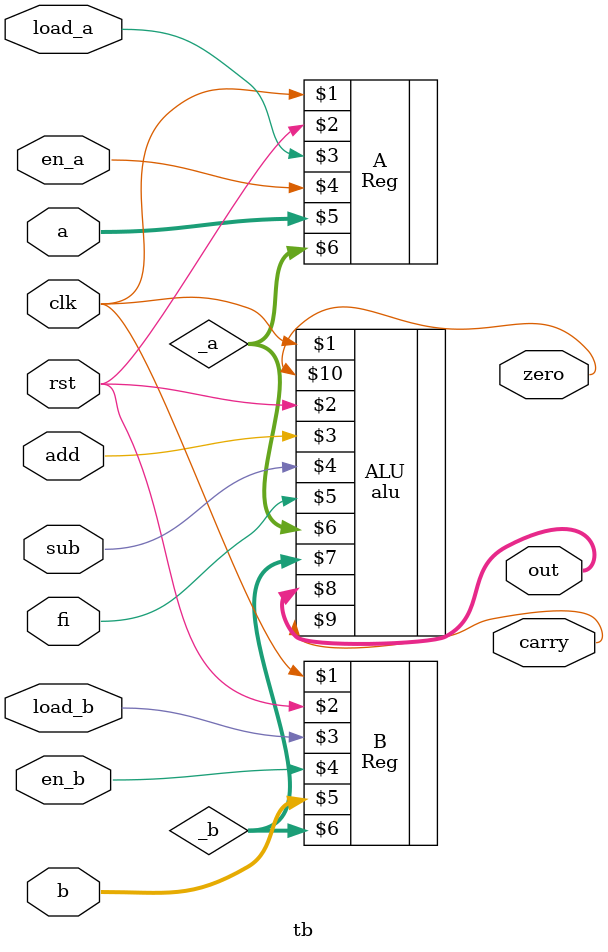
<source format=sv>
module tb (
    input logic clk, rst,
    input logic add, sub, fi,
    input logic en_a, en_b, load_a, load_b,
    input logic [7:0] a, b,
    output logic [7:0] out,
    output logic carry, zero
);

logic [7:0] _a, _b;

Reg A (clk, rst, load_a, en_a, a, _a);
Reg B (clk, rst, load_b, en_b, b, _b);
alu ALU(clk, rst, add, sub, fi, _a, _b, out, carry, zero);
// alu ALU(clk, rst, add, sub, fi, _a, _b, out, flags);

// Dump waves
initial begin
    $dumpfile("tb.vcd");
    $dumpvars(1, tb);
end

endmodule

</source>
